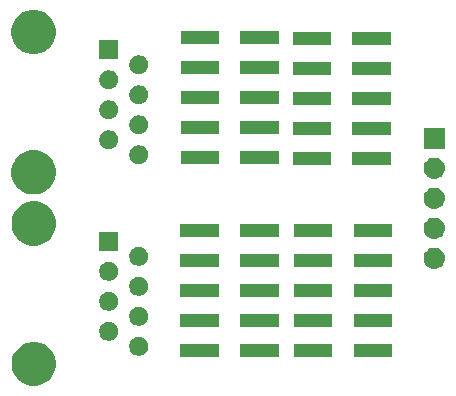
<source format=gbr>
G04 #@! TF.GenerationSoftware,KiCad,Pcbnew,(5.1.4-0-10_14)*
G04 #@! TF.CreationDate,2019-11-29T21:54:42+03:00*
G04 #@! TF.ProjectId,VHClick-rev1,5648436c-6963-46b2-9d72-6576312e6b69,rev?*
G04 #@! TF.SameCoordinates,Original*
G04 #@! TF.FileFunction,Soldermask,Top*
G04 #@! TF.FilePolarity,Negative*
%FSLAX46Y46*%
G04 Gerber Fmt 4.6, Leading zero omitted, Abs format (unit mm)*
G04 Created by KiCad (PCBNEW (5.1.4-0-10_14)) date 2019-11-29 21:54:42*
%MOMM*%
%LPD*%
G04 APERTURE LIST*
%ADD10C,0.100000*%
G04 APERTURE END LIST*
D10*
G36*
X116218808Y-91507093D02*
G01*
X116560217Y-91648510D01*
X116560219Y-91648511D01*
X116867480Y-91853816D01*
X117128784Y-92115120D01*
X117185776Y-92200414D01*
X117334090Y-92422383D01*
X117475507Y-92763792D01*
X117547600Y-93126229D01*
X117547600Y-93495771D01*
X117475507Y-93858208D01*
X117334090Y-94199617D01*
X117334089Y-94199619D01*
X117128784Y-94506880D01*
X116867480Y-94768184D01*
X116560219Y-94973489D01*
X116560218Y-94973490D01*
X116560217Y-94973490D01*
X116218808Y-95114907D01*
X115856371Y-95187000D01*
X115486829Y-95187000D01*
X115124392Y-95114907D01*
X114782983Y-94973490D01*
X114782982Y-94973490D01*
X114782981Y-94973489D01*
X114475720Y-94768184D01*
X114214416Y-94506880D01*
X114009111Y-94199619D01*
X114009110Y-94199617D01*
X113867693Y-93858208D01*
X113795600Y-93495771D01*
X113795600Y-93126229D01*
X113867693Y-92763792D01*
X114009110Y-92422383D01*
X114157425Y-92200414D01*
X114214416Y-92115120D01*
X114475720Y-91853816D01*
X114782981Y-91648511D01*
X114782983Y-91648510D01*
X115124392Y-91507093D01*
X115486829Y-91435000D01*
X115856371Y-91435000D01*
X116218808Y-91507093D01*
X116218808Y-91507093D01*
G37*
G36*
X131346100Y-92770700D02*
G01*
X128094100Y-92770700D01*
X128094100Y-91668700D01*
X131346100Y-91668700D01*
X131346100Y-92770700D01*
X131346100Y-92770700D01*
G37*
G36*
X136396100Y-92770700D02*
G01*
X133144100Y-92770700D01*
X133144100Y-91668700D01*
X136396100Y-91668700D01*
X136396100Y-92770700D01*
X136396100Y-92770700D01*
G37*
G36*
X145997300Y-92765700D02*
G01*
X142745300Y-92765700D01*
X142745300Y-91663700D01*
X145997300Y-91663700D01*
X145997300Y-92765700D01*
X145997300Y-92765700D01*
G37*
G36*
X140947300Y-92765700D02*
G01*
X137695300Y-92765700D01*
X137695300Y-91663700D01*
X140947300Y-91663700D01*
X140947300Y-92765700D01*
X140947300Y-92765700D01*
G37*
G36*
X124795242Y-91050781D02*
G01*
X124941014Y-91111162D01*
X124941016Y-91111163D01*
X125072208Y-91198822D01*
X125183778Y-91310392D01*
X125271437Y-91441584D01*
X125271438Y-91441586D01*
X125331819Y-91587358D01*
X125362600Y-91742107D01*
X125362600Y-91899893D01*
X125331819Y-92054642D01*
X125306768Y-92115120D01*
X125271437Y-92200416D01*
X125183778Y-92331608D01*
X125072208Y-92443178D01*
X124941016Y-92530837D01*
X124941015Y-92530838D01*
X124941014Y-92530838D01*
X124795242Y-92591219D01*
X124640493Y-92622000D01*
X124482707Y-92622000D01*
X124327958Y-92591219D01*
X124182186Y-92530838D01*
X124182185Y-92530838D01*
X124182184Y-92530837D01*
X124050992Y-92443178D01*
X123939422Y-92331608D01*
X123851763Y-92200416D01*
X123816432Y-92115120D01*
X123791381Y-92054642D01*
X123760600Y-91899893D01*
X123760600Y-91742107D01*
X123791381Y-91587358D01*
X123851762Y-91441586D01*
X123851763Y-91441584D01*
X123939422Y-91310392D01*
X124050992Y-91198822D01*
X124182184Y-91111163D01*
X124182186Y-91111162D01*
X124327958Y-91050781D01*
X124482707Y-91020000D01*
X124640493Y-91020000D01*
X124795242Y-91050781D01*
X124795242Y-91050781D01*
G37*
G36*
X122255242Y-89780781D02*
G01*
X122401014Y-89841162D01*
X122401016Y-89841163D01*
X122532208Y-89928822D01*
X122643778Y-90040392D01*
X122651012Y-90051219D01*
X122731438Y-90171586D01*
X122791819Y-90317358D01*
X122822600Y-90472107D01*
X122822600Y-90629893D01*
X122791819Y-90784642D01*
X122731438Y-90930414D01*
X122731437Y-90930416D01*
X122643778Y-91061608D01*
X122532208Y-91173178D01*
X122401016Y-91260837D01*
X122401015Y-91260838D01*
X122401014Y-91260838D01*
X122255242Y-91321219D01*
X122100493Y-91352000D01*
X121942707Y-91352000D01*
X121787958Y-91321219D01*
X121642186Y-91260838D01*
X121642185Y-91260838D01*
X121642184Y-91260837D01*
X121510992Y-91173178D01*
X121399422Y-91061608D01*
X121311763Y-90930416D01*
X121311762Y-90930414D01*
X121251381Y-90784642D01*
X121220600Y-90629893D01*
X121220600Y-90472107D01*
X121251381Y-90317358D01*
X121311762Y-90171586D01*
X121392188Y-90051219D01*
X121399422Y-90040392D01*
X121510992Y-89928822D01*
X121642184Y-89841163D01*
X121642186Y-89841162D01*
X121787958Y-89780781D01*
X121942707Y-89750000D01*
X122100493Y-89750000D01*
X122255242Y-89780781D01*
X122255242Y-89780781D01*
G37*
G36*
X136396100Y-90230700D02*
G01*
X133144100Y-90230700D01*
X133144100Y-89128700D01*
X136396100Y-89128700D01*
X136396100Y-90230700D01*
X136396100Y-90230700D01*
G37*
G36*
X131346100Y-90230700D02*
G01*
X128094100Y-90230700D01*
X128094100Y-89128700D01*
X131346100Y-89128700D01*
X131346100Y-90230700D01*
X131346100Y-90230700D01*
G37*
G36*
X140947300Y-90225700D02*
G01*
X137695300Y-90225700D01*
X137695300Y-89123700D01*
X140947300Y-89123700D01*
X140947300Y-90225700D01*
X140947300Y-90225700D01*
G37*
G36*
X145997300Y-90225700D02*
G01*
X142745300Y-90225700D01*
X142745300Y-89123700D01*
X145997300Y-89123700D01*
X145997300Y-90225700D01*
X145997300Y-90225700D01*
G37*
G36*
X124795242Y-88510781D02*
G01*
X124941014Y-88571162D01*
X124941016Y-88571163D01*
X125072208Y-88658822D01*
X125183778Y-88770392D01*
X125191012Y-88781219D01*
X125271438Y-88901586D01*
X125331819Y-89047358D01*
X125362600Y-89202107D01*
X125362600Y-89359893D01*
X125331819Y-89514642D01*
X125271438Y-89660414D01*
X125271437Y-89660416D01*
X125183778Y-89791608D01*
X125072208Y-89903178D01*
X124941016Y-89990837D01*
X124941015Y-89990838D01*
X124941014Y-89990838D01*
X124795242Y-90051219D01*
X124640493Y-90082000D01*
X124482707Y-90082000D01*
X124327958Y-90051219D01*
X124182186Y-89990838D01*
X124182185Y-89990838D01*
X124182184Y-89990837D01*
X124050992Y-89903178D01*
X123939422Y-89791608D01*
X123851763Y-89660416D01*
X123851762Y-89660414D01*
X123791381Y-89514642D01*
X123760600Y-89359893D01*
X123760600Y-89202107D01*
X123791381Y-89047358D01*
X123851762Y-88901586D01*
X123932188Y-88781219D01*
X123939422Y-88770392D01*
X124050992Y-88658822D01*
X124182184Y-88571163D01*
X124182186Y-88571162D01*
X124327958Y-88510781D01*
X124482707Y-88480000D01*
X124640493Y-88480000D01*
X124795242Y-88510781D01*
X124795242Y-88510781D01*
G37*
G36*
X122255242Y-87240781D02*
G01*
X122401014Y-87301162D01*
X122401016Y-87301163D01*
X122532208Y-87388822D01*
X122643778Y-87500392D01*
X122651012Y-87511219D01*
X122731438Y-87631586D01*
X122791819Y-87777358D01*
X122822600Y-87932107D01*
X122822600Y-88089893D01*
X122791819Y-88244642D01*
X122731438Y-88390414D01*
X122731437Y-88390416D01*
X122643778Y-88521608D01*
X122532208Y-88633178D01*
X122401016Y-88720837D01*
X122401015Y-88720838D01*
X122401014Y-88720838D01*
X122255242Y-88781219D01*
X122100493Y-88812000D01*
X121942707Y-88812000D01*
X121787958Y-88781219D01*
X121642186Y-88720838D01*
X121642185Y-88720838D01*
X121642184Y-88720837D01*
X121510992Y-88633178D01*
X121399422Y-88521608D01*
X121311763Y-88390416D01*
X121311762Y-88390414D01*
X121251381Y-88244642D01*
X121220600Y-88089893D01*
X121220600Y-87932107D01*
X121251381Y-87777358D01*
X121311762Y-87631586D01*
X121392188Y-87511219D01*
X121399422Y-87500392D01*
X121510992Y-87388822D01*
X121642184Y-87301163D01*
X121642186Y-87301162D01*
X121787958Y-87240781D01*
X121942707Y-87210000D01*
X122100493Y-87210000D01*
X122255242Y-87240781D01*
X122255242Y-87240781D01*
G37*
G36*
X136396100Y-87690700D02*
G01*
X133144100Y-87690700D01*
X133144100Y-86588700D01*
X136396100Y-86588700D01*
X136396100Y-87690700D01*
X136396100Y-87690700D01*
G37*
G36*
X131346100Y-87690700D02*
G01*
X128094100Y-87690700D01*
X128094100Y-86588700D01*
X131346100Y-86588700D01*
X131346100Y-87690700D01*
X131346100Y-87690700D01*
G37*
G36*
X145997300Y-87685700D02*
G01*
X142745300Y-87685700D01*
X142745300Y-86583700D01*
X145997300Y-86583700D01*
X145997300Y-87685700D01*
X145997300Y-87685700D01*
G37*
G36*
X140947300Y-87685700D02*
G01*
X137695300Y-87685700D01*
X137695300Y-86583700D01*
X140947300Y-86583700D01*
X140947300Y-87685700D01*
X140947300Y-87685700D01*
G37*
G36*
X124795242Y-85970781D02*
G01*
X124941014Y-86031162D01*
X124941016Y-86031163D01*
X125072208Y-86118822D01*
X125183778Y-86230392D01*
X125191012Y-86241219D01*
X125271438Y-86361586D01*
X125331819Y-86507358D01*
X125362600Y-86662107D01*
X125362600Y-86819893D01*
X125331819Y-86974642D01*
X125271438Y-87120414D01*
X125271437Y-87120416D01*
X125183778Y-87251608D01*
X125072208Y-87363178D01*
X124941016Y-87450837D01*
X124941015Y-87450838D01*
X124941014Y-87450838D01*
X124795242Y-87511219D01*
X124640493Y-87542000D01*
X124482707Y-87542000D01*
X124327958Y-87511219D01*
X124182186Y-87450838D01*
X124182185Y-87450838D01*
X124182184Y-87450837D01*
X124050992Y-87363178D01*
X123939422Y-87251608D01*
X123851763Y-87120416D01*
X123851762Y-87120414D01*
X123791381Y-86974642D01*
X123760600Y-86819893D01*
X123760600Y-86662107D01*
X123791381Y-86507358D01*
X123851762Y-86361586D01*
X123932188Y-86241219D01*
X123939422Y-86230392D01*
X124050992Y-86118822D01*
X124182184Y-86031163D01*
X124182186Y-86031162D01*
X124327958Y-85970781D01*
X124482707Y-85940000D01*
X124640493Y-85940000D01*
X124795242Y-85970781D01*
X124795242Y-85970781D01*
G37*
G36*
X122255242Y-84700781D02*
G01*
X122401014Y-84761162D01*
X122401016Y-84761163D01*
X122532208Y-84848822D01*
X122643778Y-84960392D01*
X122651012Y-84971219D01*
X122731438Y-85091586D01*
X122791819Y-85237358D01*
X122822600Y-85392107D01*
X122822600Y-85549893D01*
X122791819Y-85704642D01*
X122731438Y-85850414D01*
X122731437Y-85850416D01*
X122643778Y-85981608D01*
X122532208Y-86093178D01*
X122401016Y-86180837D01*
X122401015Y-86180838D01*
X122401014Y-86180838D01*
X122255242Y-86241219D01*
X122100493Y-86272000D01*
X121942707Y-86272000D01*
X121787958Y-86241219D01*
X121642186Y-86180838D01*
X121642185Y-86180838D01*
X121642184Y-86180837D01*
X121510992Y-86093178D01*
X121399422Y-85981608D01*
X121311763Y-85850416D01*
X121311762Y-85850414D01*
X121251381Y-85704642D01*
X121220600Y-85549893D01*
X121220600Y-85392107D01*
X121251381Y-85237358D01*
X121311762Y-85091586D01*
X121392188Y-84971219D01*
X121399422Y-84960392D01*
X121510992Y-84848822D01*
X121642184Y-84761163D01*
X121642186Y-84761162D01*
X121787958Y-84700781D01*
X121942707Y-84670000D01*
X122100493Y-84670000D01*
X122255242Y-84700781D01*
X122255242Y-84700781D01*
G37*
G36*
X149691042Y-83471618D02*
G01*
X149757227Y-83478137D01*
X149927066Y-83529657D01*
X150083591Y-83613322D01*
X150119329Y-83642652D01*
X150220786Y-83725914D01*
X150299299Y-83821584D01*
X150333378Y-83863109D01*
X150417043Y-84019634D01*
X150468563Y-84189473D01*
X150485959Y-84366100D01*
X150468563Y-84542727D01*
X150417043Y-84712566D01*
X150333378Y-84869091D01*
X150304048Y-84904829D01*
X150220786Y-85006286D01*
X150119329Y-85089548D01*
X150083591Y-85118878D01*
X149927066Y-85202543D01*
X149757227Y-85254063D01*
X149691042Y-85260582D01*
X149624860Y-85267100D01*
X149536340Y-85267100D01*
X149470158Y-85260582D01*
X149403973Y-85254063D01*
X149234134Y-85202543D01*
X149077609Y-85118878D01*
X149041871Y-85089548D01*
X148940414Y-85006286D01*
X148857152Y-84904829D01*
X148827822Y-84869091D01*
X148744157Y-84712566D01*
X148692637Y-84542727D01*
X148675241Y-84366100D01*
X148692637Y-84189473D01*
X148744157Y-84019634D01*
X148827822Y-83863109D01*
X148861901Y-83821584D01*
X148940414Y-83725914D01*
X149041871Y-83642652D01*
X149077609Y-83613322D01*
X149234134Y-83529657D01*
X149403973Y-83478137D01*
X149470158Y-83471618D01*
X149536340Y-83465100D01*
X149624860Y-83465100D01*
X149691042Y-83471618D01*
X149691042Y-83471618D01*
G37*
G36*
X131346100Y-85150700D02*
G01*
X128094100Y-85150700D01*
X128094100Y-84048700D01*
X131346100Y-84048700D01*
X131346100Y-85150700D01*
X131346100Y-85150700D01*
G37*
G36*
X136396100Y-85150700D02*
G01*
X133144100Y-85150700D01*
X133144100Y-84048700D01*
X136396100Y-84048700D01*
X136396100Y-85150700D01*
X136396100Y-85150700D01*
G37*
G36*
X140947300Y-85145700D02*
G01*
X137695300Y-85145700D01*
X137695300Y-84043700D01*
X140947300Y-84043700D01*
X140947300Y-85145700D01*
X140947300Y-85145700D01*
G37*
G36*
X145997300Y-85145700D02*
G01*
X142745300Y-85145700D01*
X142745300Y-84043700D01*
X145997300Y-84043700D01*
X145997300Y-85145700D01*
X145997300Y-85145700D01*
G37*
G36*
X124795242Y-83430781D02*
G01*
X124941014Y-83491162D01*
X124941016Y-83491163D01*
X125072208Y-83578822D01*
X125183778Y-83690392D01*
X125211579Y-83732000D01*
X125271438Y-83821586D01*
X125331819Y-83967358D01*
X125362600Y-84122107D01*
X125362600Y-84279893D01*
X125331819Y-84434642D01*
X125271438Y-84580414D01*
X125271437Y-84580416D01*
X125183778Y-84711608D01*
X125072208Y-84823178D01*
X124941016Y-84910837D01*
X124941015Y-84910838D01*
X124941014Y-84910838D01*
X124795242Y-84971219D01*
X124640493Y-85002000D01*
X124482707Y-85002000D01*
X124327958Y-84971219D01*
X124182186Y-84910838D01*
X124182185Y-84910838D01*
X124182184Y-84910837D01*
X124050992Y-84823178D01*
X123939422Y-84711608D01*
X123851763Y-84580416D01*
X123851762Y-84580414D01*
X123791381Y-84434642D01*
X123760600Y-84279893D01*
X123760600Y-84122107D01*
X123791381Y-83967358D01*
X123851762Y-83821586D01*
X123911621Y-83732000D01*
X123939422Y-83690392D01*
X124050992Y-83578822D01*
X124182184Y-83491163D01*
X124182186Y-83491162D01*
X124327958Y-83430781D01*
X124482707Y-83400000D01*
X124640493Y-83400000D01*
X124795242Y-83430781D01*
X124795242Y-83430781D01*
G37*
G36*
X122822600Y-83732000D02*
G01*
X121220600Y-83732000D01*
X121220600Y-82130000D01*
X122822600Y-82130000D01*
X122822600Y-83732000D01*
X122822600Y-83732000D01*
G37*
G36*
X116218808Y-79637093D02*
G01*
X116560217Y-79778510D01*
X116560219Y-79778511D01*
X116576050Y-79789089D01*
X116867480Y-79983816D01*
X117128784Y-80245120D01*
X117334090Y-80552383D01*
X117475507Y-80893792D01*
X117547600Y-81256229D01*
X117547600Y-81625771D01*
X117475507Y-81988208D01*
X117399143Y-82172566D01*
X117334089Y-82329619D01*
X117128784Y-82636880D01*
X116867480Y-82898184D01*
X116560219Y-83103489D01*
X116560218Y-83103490D01*
X116560217Y-83103490D01*
X116218808Y-83244907D01*
X115856371Y-83317000D01*
X115486829Y-83317000D01*
X115124392Y-83244907D01*
X114782983Y-83103490D01*
X114782982Y-83103490D01*
X114782981Y-83103489D01*
X114475720Y-82898184D01*
X114214416Y-82636880D01*
X114009111Y-82329619D01*
X113944057Y-82172566D01*
X113867693Y-81988208D01*
X113795600Y-81625771D01*
X113795600Y-81256229D01*
X113867693Y-80893792D01*
X114009110Y-80552383D01*
X114214416Y-80245120D01*
X114475720Y-79983816D01*
X114767150Y-79789089D01*
X114782981Y-79778511D01*
X114782983Y-79778510D01*
X115124392Y-79637093D01*
X115486829Y-79565000D01*
X115856371Y-79565000D01*
X116218808Y-79637093D01*
X116218808Y-79637093D01*
G37*
G36*
X149691042Y-80931618D02*
G01*
X149757227Y-80938137D01*
X149927066Y-80989657D01*
X150083591Y-81073322D01*
X150119329Y-81102652D01*
X150220786Y-81185914D01*
X150304048Y-81287371D01*
X150333378Y-81323109D01*
X150417043Y-81479634D01*
X150468563Y-81649473D01*
X150485959Y-81826100D01*
X150468563Y-82002727D01*
X150417043Y-82172566D01*
X150333378Y-82329091D01*
X150304048Y-82364829D01*
X150220786Y-82466286D01*
X150119329Y-82549548D01*
X150083591Y-82578878D01*
X149927066Y-82662543D01*
X149757227Y-82714063D01*
X149691042Y-82720582D01*
X149624860Y-82727100D01*
X149536340Y-82727100D01*
X149470158Y-82720582D01*
X149403973Y-82714063D01*
X149234134Y-82662543D01*
X149077609Y-82578878D01*
X149041871Y-82549548D01*
X148940414Y-82466286D01*
X148857152Y-82364829D01*
X148827822Y-82329091D01*
X148744157Y-82172566D01*
X148692637Y-82002727D01*
X148675241Y-81826100D01*
X148692637Y-81649473D01*
X148744157Y-81479634D01*
X148827822Y-81323109D01*
X148857152Y-81287371D01*
X148940414Y-81185914D01*
X149041871Y-81102652D01*
X149077609Y-81073322D01*
X149234134Y-80989657D01*
X149403973Y-80938137D01*
X149470158Y-80931618D01*
X149536340Y-80925100D01*
X149624860Y-80925100D01*
X149691042Y-80931618D01*
X149691042Y-80931618D01*
G37*
G36*
X136396100Y-82610700D02*
G01*
X133144100Y-82610700D01*
X133144100Y-81508700D01*
X136396100Y-81508700D01*
X136396100Y-82610700D01*
X136396100Y-82610700D01*
G37*
G36*
X131346100Y-82610700D02*
G01*
X128094100Y-82610700D01*
X128094100Y-81508700D01*
X131346100Y-81508700D01*
X131346100Y-82610700D01*
X131346100Y-82610700D01*
G37*
G36*
X140947300Y-82605700D02*
G01*
X137695300Y-82605700D01*
X137695300Y-81503700D01*
X140947300Y-81503700D01*
X140947300Y-82605700D01*
X140947300Y-82605700D01*
G37*
G36*
X145997300Y-82605700D02*
G01*
X142745300Y-82605700D01*
X142745300Y-81503700D01*
X145997300Y-81503700D01*
X145997300Y-82605700D01*
X145997300Y-82605700D01*
G37*
G36*
X149691042Y-78391618D02*
G01*
X149757227Y-78398137D01*
X149927066Y-78449657D01*
X150083591Y-78533322D01*
X150119329Y-78562652D01*
X150220786Y-78645914D01*
X150304048Y-78747371D01*
X150333378Y-78783109D01*
X150417043Y-78939634D01*
X150468563Y-79109473D01*
X150485959Y-79286100D01*
X150468563Y-79462727D01*
X150417043Y-79632566D01*
X150333378Y-79789091D01*
X150304048Y-79824829D01*
X150220786Y-79926286D01*
X150150684Y-79983816D01*
X150083591Y-80038878D01*
X149927066Y-80122543D01*
X149757227Y-80174063D01*
X149691043Y-80180581D01*
X149624860Y-80187100D01*
X149536340Y-80187100D01*
X149470157Y-80180581D01*
X149403973Y-80174063D01*
X149234134Y-80122543D01*
X149077609Y-80038878D01*
X149010516Y-79983816D01*
X148940414Y-79926286D01*
X148857152Y-79824829D01*
X148827822Y-79789091D01*
X148744157Y-79632566D01*
X148692637Y-79462727D01*
X148675241Y-79286100D01*
X148692637Y-79109473D01*
X148744157Y-78939634D01*
X148827822Y-78783109D01*
X148857152Y-78747371D01*
X148940414Y-78645914D01*
X149041871Y-78562652D01*
X149077609Y-78533322D01*
X149234134Y-78449657D01*
X149403973Y-78398137D01*
X149470158Y-78391618D01*
X149536340Y-78385100D01*
X149624860Y-78385100D01*
X149691042Y-78391618D01*
X149691042Y-78391618D01*
G37*
G36*
X116206108Y-75284193D02*
G01*
X116547517Y-75425610D01*
X116547519Y-75425611D01*
X116854780Y-75630916D01*
X117116084Y-75892220D01*
X117258870Y-76105914D01*
X117321390Y-76199483D01*
X117462807Y-76540892D01*
X117534900Y-76903329D01*
X117534900Y-77272871D01*
X117462807Y-77635308D01*
X117321390Y-77976717D01*
X117321389Y-77976719D01*
X117116084Y-78283980D01*
X116854780Y-78545284D01*
X116547519Y-78750589D01*
X116547518Y-78750590D01*
X116547517Y-78750590D01*
X116206108Y-78892007D01*
X115843671Y-78964100D01*
X115474129Y-78964100D01*
X115111692Y-78892007D01*
X114770283Y-78750590D01*
X114770282Y-78750590D01*
X114770281Y-78750589D01*
X114463020Y-78545284D01*
X114201716Y-78283980D01*
X113996411Y-77976719D01*
X113996410Y-77976717D01*
X113854993Y-77635308D01*
X113782900Y-77272871D01*
X113782900Y-76903329D01*
X113854993Y-76540892D01*
X113996410Y-76199483D01*
X114058931Y-76105914D01*
X114201716Y-75892220D01*
X114463020Y-75630916D01*
X114770281Y-75425611D01*
X114770283Y-75425610D01*
X115111692Y-75284193D01*
X115474129Y-75212100D01*
X115843671Y-75212100D01*
X116206108Y-75284193D01*
X116206108Y-75284193D01*
G37*
G36*
X149691043Y-75851619D02*
G01*
X149757227Y-75858137D01*
X149927066Y-75909657D01*
X150083591Y-75993322D01*
X150119329Y-76022652D01*
X150220786Y-76105914D01*
X150297573Y-76199481D01*
X150333378Y-76243109D01*
X150417043Y-76399634D01*
X150468563Y-76569473D01*
X150485959Y-76746100D01*
X150468563Y-76922727D01*
X150417043Y-77092566D01*
X150333378Y-77249091D01*
X150313863Y-77272870D01*
X150220786Y-77386286D01*
X150119329Y-77469548D01*
X150083591Y-77498878D01*
X149927066Y-77582543D01*
X149757227Y-77634063D01*
X149691042Y-77640582D01*
X149624860Y-77647100D01*
X149536340Y-77647100D01*
X149470158Y-77640582D01*
X149403973Y-77634063D01*
X149234134Y-77582543D01*
X149077609Y-77498878D01*
X149041871Y-77469548D01*
X148940414Y-77386286D01*
X148847337Y-77272870D01*
X148827822Y-77249091D01*
X148744157Y-77092566D01*
X148692637Y-76922727D01*
X148675241Y-76746100D01*
X148692637Y-76569473D01*
X148744157Y-76399634D01*
X148827822Y-76243109D01*
X148863627Y-76199481D01*
X148940414Y-76105914D01*
X149041871Y-76022652D01*
X149077609Y-75993322D01*
X149234134Y-75909657D01*
X149403973Y-75858137D01*
X149470157Y-75851619D01*
X149536340Y-75845100D01*
X149624860Y-75845100D01*
X149691043Y-75851619D01*
X149691043Y-75851619D01*
G37*
G36*
X140833000Y-76458900D02*
G01*
X137581000Y-76458900D01*
X137581000Y-75356900D01*
X140833000Y-75356900D01*
X140833000Y-76458900D01*
X140833000Y-76458900D01*
G37*
G36*
X145883000Y-76458900D02*
G01*
X142631000Y-76458900D01*
X142631000Y-75356900D01*
X145883000Y-75356900D01*
X145883000Y-76458900D01*
X145883000Y-76458900D01*
G37*
G36*
X131358800Y-76433500D02*
G01*
X128106800Y-76433500D01*
X128106800Y-75331500D01*
X131358800Y-75331500D01*
X131358800Y-76433500D01*
X131358800Y-76433500D01*
G37*
G36*
X136408800Y-76433500D02*
G01*
X133156800Y-76433500D01*
X133156800Y-75331500D01*
X136408800Y-75331500D01*
X136408800Y-76433500D01*
X136408800Y-76433500D01*
G37*
G36*
X124782542Y-74827881D02*
G01*
X124928314Y-74888262D01*
X124928316Y-74888263D01*
X125059508Y-74975922D01*
X125171078Y-75087492D01*
X125258737Y-75218684D01*
X125258738Y-75218686D01*
X125319119Y-75364458D01*
X125349900Y-75519207D01*
X125349900Y-75676993D01*
X125319119Y-75831742D01*
X125294068Y-75892220D01*
X125258737Y-75977516D01*
X125171078Y-76108708D01*
X125059508Y-76220278D01*
X124928316Y-76307937D01*
X124928315Y-76307938D01*
X124928314Y-76307938D01*
X124782542Y-76368319D01*
X124627793Y-76399100D01*
X124470007Y-76399100D01*
X124315258Y-76368319D01*
X124169486Y-76307938D01*
X124169485Y-76307938D01*
X124169484Y-76307937D01*
X124038292Y-76220278D01*
X123926722Y-76108708D01*
X123839063Y-75977516D01*
X123803732Y-75892220D01*
X123778681Y-75831742D01*
X123747900Y-75676993D01*
X123747900Y-75519207D01*
X123778681Y-75364458D01*
X123839062Y-75218686D01*
X123839063Y-75218684D01*
X123926722Y-75087492D01*
X124038292Y-74975922D01*
X124169484Y-74888263D01*
X124169486Y-74888262D01*
X124315258Y-74827881D01*
X124470007Y-74797100D01*
X124627793Y-74797100D01*
X124782542Y-74827881D01*
X124782542Y-74827881D01*
G37*
G36*
X122242542Y-73557881D02*
G01*
X122388314Y-73618262D01*
X122388316Y-73618263D01*
X122519508Y-73705922D01*
X122631078Y-73817492D01*
X122698836Y-73918900D01*
X122718738Y-73948686D01*
X122779119Y-74094458D01*
X122809900Y-74249207D01*
X122809900Y-74406993D01*
X122779119Y-74561742D01*
X122718738Y-74707514D01*
X122718737Y-74707516D01*
X122631078Y-74838708D01*
X122519508Y-74950278D01*
X122388316Y-75037937D01*
X122388315Y-75037938D01*
X122388314Y-75037938D01*
X122242542Y-75098319D01*
X122087793Y-75129100D01*
X121930007Y-75129100D01*
X121775258Y-75098319D01*
X121629486Y-75037938D01*
X121629485Y-75037938D01*
X121629484Y-75037937D01*
X121498292Y-74950278D01*
X121386722Y-74838708D01*
X121299063Y-74707516D01*
X121299062Y-74707514D01*
X121238681Y-74561742D01*
X121207900Y-74406993D01*
X121207900Y-74249207D01*
X121238681Y-74094458D01*
X121299062Y-73948686D01*
X121318964Y-73918900D01*
X121386722Y-73817492D01*
X121498292Y-73705922D01*
X121629484Y-73618263D01*
X121629486Y-73618262D01*
X121775258Y-73557881D01*
X121930007Y-73527100D01*
X122087793Y-73527100D01*
X122242542Y-73557881D01*
X122242542Y-73557881D01*
G37*
G36*
X150481600Y-75107100D02*
G01*
X148679600Y-75107100D01*
X148679600Y-73305100D01*
X150481600Y-73305100D01*
X150481600Y-75107100D01*
X150481600Y-75107100D01*
G37*
G36*
X145883000Y-73918900D02*
G01*
X142631000Y-73918900D01*
X142631000Y-72816900D01*
X145883000Y-72816900D01*
X145883000Y-73918900D01*
X145883000Y-73918900D01*
G37*
G36*
X140833000Y-73918900D02*
G01*
X137581000Y-73918900D01*
X137581000Y-72816900D01*
X140833000Y-72816900D01*
X140833000Y-73918900D01*
X140833000Y-73918900D01*
G37*
G36*
X136408800Y-73893500D02*
G01*
X133156800Y-73893500D01*
X133156800Y-72791500D01*
X136408800Y-72791500D01*
X136408800Y-73893500D01*
X136408800Y-73893500D01*
G37*
G36*
X131358800Y-73893500D02*
G01*
X128106800Y-73893500D01*
X128106800Y-72791500D01*
X131358800Y-72791500D01*
X131358800Y-73893500D01*
X131358800Y-73893500D01*
G37*
G36*
X124782542Y-72287881D02*
G01*
X124928314Y-72348262D01*
X124928316Y-72348263D01*
X125059508Y-72435922D01*
X125171078Y-72547492D01*
X125178312Y-72558319D01*
X125258738Y-72678686D01*
X125319119Y-72824458D01*
X125349900Y-72979207D01*
X125349900Y-73136993D01*
X125319119Y-73291742D01*
X125258738Y-73437514D01*
X125258737Y-73437516D01*
X125171078Y-73568708D01*
X125059508Y-73680278D01*
X124928316Y-73767937D01*
X124928315Y-73767938D01*
X124928314Y-73767938D01*
X124782542Y-73828319D01*
X124627793Y-73859100D01*
X124470007Y-73859100D01*
X124315258Y-73828319D01*
X124169486Y-73767938D01*
X124169485Y-73767938D01*
X124169484Y-73767937D01*
X124038292Y-73680278D01*
X123926722Y-73568708D01*
X123839063Y-73437516D01*
X123839062Y-73437514D01*
X123778681Y-73291742D01*
X123747900Y-73136993D01*
X123747900Y-72979207D01*
X123778681Y-72824458D01*
X123839062Y-72678686D01*
X123919488Y-72558319D01*
X123926722Y-72547492D01*
X124038292Y-72435922D01*
X124169484Y-72348263D01*
X124169486Y-72348262D01*
X124315258Y-72287881D01*
X124470007Y-72257100D01*
X124627793Y-72257100D01*
X124782542Y-72287881D01*
X124782542Y-72287881D01*
G37*
G36*
X122242542Y-71017881D02*
G01*
X122388314Y-71078262D01*
X122388316Y-71078263D01*
X122519508Y-71165922D01*
X122631078Y-71277492D01*
X122698836Y-71378900D01*
X122718738Y-71408686D01*
X122779119Y-71554458D01*
X122809900Y-71709207D01*
X122809900Y-71866993D01*
X122779119Y-72021742D01*
X122718738Y-72167514D01*
X122718737Y-72167516D01*
X122631078Y-72298708D01*
X122519508Y-72410278D01*
X122388316Y-72497937D01*
X122388315Y-72497938D01*
X122388314Y-72497938D01*
X122242542Y-72558319D01*
X122087793Y-72589100D01*
X121930007Y-72589100D01*
X121775258Y-72558319D01*
X121629486Y-72497938D01*
X121629485Y-72497938D01*
X121629484Y-72497937D01*
X121498292Y-72410278D01*
X121386722Y-72298708D01*
X121299063Y-72167516D01*
X121299062Y-72167514D01*
X121238681Y-72021742D01*
X121207900Y-71866993D01*
X121207900Y-71709207D01*
X121238681Y-71554458D01*
X121299062Y-71408686D01*
X121318964Y-71378900D01*
X121386722Y-71277492D01*
X121498292Y-71165922D01*
X121629484Y-71078263D01*
X121629486Y-71078262D01*
X121775258Y-71017881D01*
X121930007Y-70987100D01*
X122087793Y-70987100D01*
X122242542Y-71017881D01*
X122242542Y-71017881D01*
G37*
G36*
X140833000Y-71378900D02*
G01*
X137581000Y-71378900D01*
X137581000Y-70276900D01*
X140833000Y-70276900D01*
X140833000Y-71378900D01*
X140833000Y-71378900D01*
G37*
G36*
X145883000Y-71378900D02*
G01*
X142631000Y-71378900D01*
X142631000Y-70276900D01*
X145883000Y-70276900D01*
X145883000Y-71378900D01*
X145883000Y-71378900D01*
G37*
G36*
X131358800Y-71353500D02*
G01*
X128106800Y-71353500D01*
X128106800Y-70251500D01*
X131358800Y-70251500D01*
X131358800Y-71353500D01*
X131358800Y-71353500D01*
G37*
G36*
X136408800Y-71353500D02*
G01*
X133156800Y-71353500D01*
X133156800Y-70251500D01*
X136408800Y-70251500D01*
X136408800Y-71353500D01*
X136408800Y-71353500D01*
G37*
G36*
X124782542Y-69747881D02*
G01*
X124928314Y-69808262D01*
X124928316Y-69808263D01*
X125059508Y-69895922D01*
X125171078Y-70007492D01*
X125178312Y-70018319D01*
X125258738Y-70138686D01*
X125319119Y-70284458D01*
X125349900Y-70439207D01*
X125349900Y-70596993D01*
X125319119Y-70751742D01*
X125258738Y-70897514D01*
X125258737Y-70897516D01*
X125171078Y-71028708D01*
X125059508Y-71140278D01*
X124928316Y-71227937D01*
X124928315Y-71227938D01*
X124928314Y-71227938D01*
X124782542Y-71288319D01*
X124627793Y-71319100D01*
X124470007Y-71319100D01*
X124315258Y-71288319D01*
X124169486Y-71227938D01*
X124169485Y-71227938D01*
X124169484Y-71227937D01*
X124038292Y-71140278D01*
X123926722Y-71028708D01*
X123839063Y-70897516D01*
X123839062Y-70897514D01*
X123778681Y-70751742D01*
X123747900Y-70596993D01*
X123747900Y-70439207D01*
X123778681Y-70284458D01*
X123839062Y-70138686D01*
X123919488Y-70018319D01*
X123926722Y-70007492D01*
X124038292Y-69895922D01*
X124169484Y-69808263D01*
X124169486Y-69808262D01*
X124315258Y-69747881D01*
X124470007Y-69717100D01*
X124627793Y-69717100D01*
X124782542Y-69747881D01*
X124782542Y-69747881D01*
G37*
G36*
X122242542Y-68477881D02*
G01*
X122388314Y-68538262D01*
X122388316Y-68538263D01*
X122519508Y-68625922D01*
X122631078Y-68737492D01*
X122698836Y-68838900D01*
X122718738Y-68868686D01*
X122779119Y-69014458D01*
X122809900Y-69169207D01*
X122809900Y-69326993D01*
X122779119Y-69481742D01*
X122718738Y-69627514D01*
X122718737Y-69627516D01*
X122631078Y-69758708D01*
X122519508Y-69870278D01*
X122388316Y-69957937D01*
X122388315Y-69957938D01*
X122388314Y-69957938D01*
X122242542Y-70018319D01*
X122087793Y-70049100D01*
X121930007Y-70049100D01*
X121775258Y-70018319D01*
X121629486Y-69957938D01*
X121629485Y-69957938D01*
X121629484Y-69957937D01*
X121498292Y-69870278D01*
X121386722Y-69758708D01*
X121299063Y-69627516D01*
X121299062Y-69627514D01*
X121238681Y-69481742D01*
X121207900Y-69326993D01*
X121207900Y-69169207D01*
X121238681Y-69014458D01*
X121299062Y-68868686D01*
X121318964Y-68838900D01*
X121386722Y-68737492D01*
X121498292Y-68625922D01*
X121629484Y-68538263D01*
X121629486Y-68538262D01*
X121775258Y-68477881D01*
X121930007Y-68447100D01*
X122087793Y-68447100D01*
X122242542Y-68477881D01*
X122242542Y-68477881D01*
G37*
G36*
X140833000Y-68838900D02*
G01*
X137581000Y-68838900D01*
X137581000Y-67736900D01*
X140833000Y-67736900D01*
X140833000Y-68838900D01*
X140833000Y-68838900D01*
G37*
G36*
X145883000Y-68838900D02*
G01*
X142631000Y-68838900D01*
X142631000Y-67736900D01*
X145883000Y-67736900D01*
X145883000Y-68838900D01*
X145883000Y-68838900D01*
G37*
G36*
X131358800Y-68813500D02*
G01*
X128106800Y-68813500D01*
X128106800Y-67711500D01*
X131358800Y-67711500D01*
X131358800Y-68813500D01*
X131358800Y-68813500D01*
G37*
G36*
X136408800Y-68813500D02*
G01*
X133156800Y-68813500D01*
X133156800Y-67711500D01*
X136408800Y-67711500D01*
X136408800Y-68813500D01*
X136408800Y-68813500D01*
G37*
G36*
X124782542Y-67207881D02*
G01*
X124928314Y-67268262D01*
X124928316Y-67268263D01*
X125059508Y-67355922D01*
X125171078Y-67467492D01*
X125198879Y-67509100D01*
X125258738Y-67598686D01*
X125319119Y-67744458D01*
X125349900Y-67899207D01*
X125349900Y-68056993D01*
X125319119Y-68211742D01*
X125258738Y-68357514D01*
X125258737Y-68357516D01*
X125171078Y-68488708D01*
X125059508Y-68600278D01*
X124928316Y-68687937D01*
X124928315Y-68687938D01*
X124928314Y-68687938D01*
X124782542Y-68748319D01*
X124627793Y-68779100D01*
X124470007Y-68779100D01*
X124315258Y-68748319D01*
X124169486Y-68687938D01*
X124169485Y-68687938D01*
X124169484Y-68687937D01*
X124038292Y-68600278D01*
X123926722Y-68488708D01*
X123839063Y-68357516D01*
X123839062Y-68357514D01*
X123778681Y-68211742D01*
X123747900Y-68056993D01*
X123747900Y-67899207D01*
X123778681Y-67744458D01*
X123839062Y-67598686D01*
X123898921Y-67509100D01*
X123926722Y-67467492D01*
X124038292Y-67355922D01*
X124169484Y-67268263D01*
X124169486Y-67268262D01*
X124315258Y-67207881D01*
X124470007Y-67177100D01*
X124627793Y-67177100D01*
X124782542Y-67207881D01*
X124782542Y-67207881D01*
G37*
G36*
X122809900Y-67509100D02*
G01*
X121207900Y-67509100D01*
X121207900Y-65907100D01*
X122809900Y-65907100D01*
X122809900Y-67509100D01*
X122809900Y-67509100D01*
G37*
G36*
X116206108Y-63414193D02*
G01*
X116547517Y-63555610D01*
X116547519Y-63555611D01*
X116854780Y-63760916D01*
X117116084Y-64022220D01*
X117321390Y-64329483D01*
X117462807Y-64670892D01*
X117534900Y-65033329D01*
X117534900Y-65402871D01*
X117462807Y-65765308D01*
X117321390Y-66106717D01*
X117321389Y-66106719D01*
X117116084Y-66413980D01*
X116854780Y-66675284D01*
X116547519Y-66880589D01*
X116547518Y-66880590D01*
X116547517Y-66880590D01*
X116206108Y-67022007D01*
X115843671Y-67094100D01*
X115474129Y-67094100D01*
X115111692Y-67022007D01*
X114770283Y-66880590D01*
X114770282Y-66880590D01*
X114770281Y-66880589D01*
X114463020Y-66675284D01*
X114201716Y-66413980D01*
X113996411Y-66106719D01*
X113996410Y-66106717D01*
X113854993Y-65765308D01*
X113782900Y-65402871D01*
X113782900Y-65033329D01*
X113854993Y-64670892D01*
X113996410Y-64329483D01*
X114201716Y-64022220D01*
X114463020Y-63760916D01*
X114770281Y-63555611D01*
X114770283Y-63555610D01*
X115111692Y-63414193D01*
X115474129Y-63342100D01*
X115843671Y-63342100D01*
X116206108Y-63414193D01*
X116206108Y-63414193D01*
G37*
G36*
X140833000Y-66298900D02*
G01*
X137581000Y-66298900D01*
X137581000Y-65196900D01*
X140833000Y-65196900D01*
X140833000Y-66298900D01*
X140833000Y-66298900D01*
G37*
G36*
X145883000Y-66298900D02*
G01*
X142631000Y-66298900D01*
X142631000Y-65196900D01*
X145883000Y-65196900D01*
X145883000Y-66298900D01*
X145883000Y-66298900D01*
G37*
G36*
X136408800Y-66273500D02*
G01*
X133156800Y-66273500D01*
X133156800Y-65171500D01*
X136408800Y-65171500D01*
X136408800Y-66273500D01*
X136408800Y-66273500D01*
G37*
G36*
X131358800Y-66273500D02*
G01*
X128106800Y-66273500D01*
X128106800Y-65171500D01*
X131358800Y-65171500D01*
X131358800Y-66273500D01*
X131358800Y-66273500D01*
G37*
M02*

</source>
